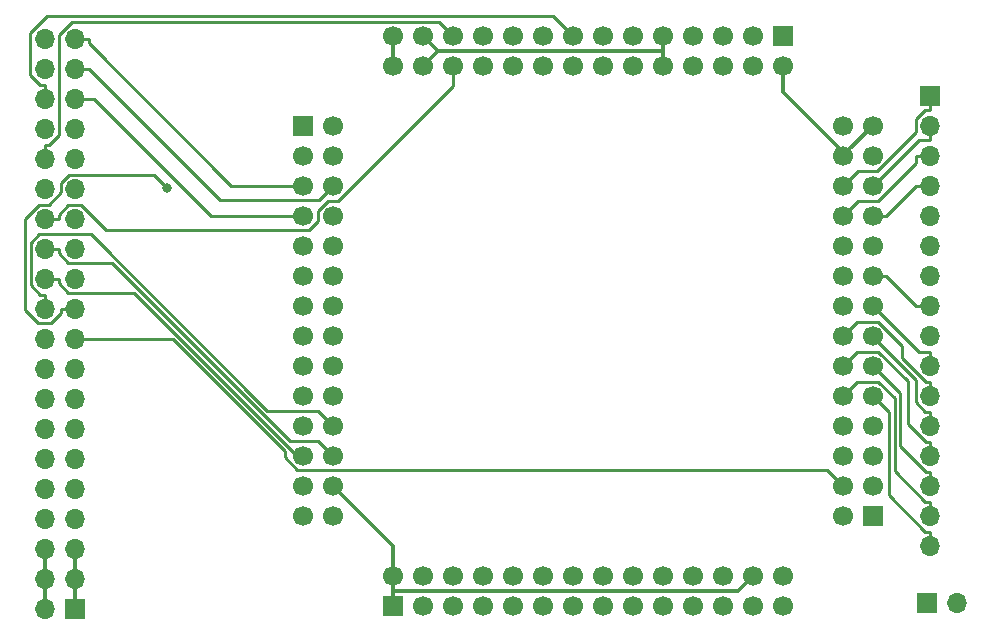
<source format=gbr>
%TF.GenerationSoftware,KiCad,Pcbnew,6.0.2+dfsg-1*%
%TF.CreationDate,2022-05-29T19:40:52-04:00*%
%TF.ProjectId,kim-ep2c5,6b696d2d-6570-4326-9335-2e6b69636164,rev?*%
%TF.SameCoordinates,Original*%
%TF.FileFunction,Copper,L2,Bot*%
%TF.FilePolarity,Positive*%
%FSLAX46Y46*%
G04 Gerber Fmt 4.6, Leading zero omitted, Abs format (unit mm)*
G04 Created by KiCad (PCBNEW 6.0.2+dfsg-1) date 2022-05-29 19:40:52*
%MOMM*%
%LPD*%
G01*
G04 APERTURE LIST*
%TA.AperFunction,ComponentPad*%
%ADD10R,1.700000X1.700000*%
%TD*%
%TA.AperFunction,ComponentPad*%
%ADD11C,1.700000*%
%TD*%
%TA.AperFunction,ComponentPad*%
%ADD12O,1.700000X1.700000*%
%TD*%
%TA.AperFunction,ViaPad*%
%ADD13C,0.800000*%
%TD*%
%TA.AperFunction,Conductor*%
%ADD14C,0.350000*%
%TD*%
%TA.AperFunction,Conductor*%
%ADD15C,0.250000*%
%TD*%
G04 APERTURE END LIST*
D10*
%TO.P,U101,101,GND*%
%TO.N,GND*%
X121412000Y-119634000D03*
D11*
%TO.P,U101,102,GND*%
X121412000Y-117094000D03*
%TO.P,U101,103,73*%
%TO.N,unconnected-(U101-Pad103)*%
X123952000Y-119634000D03*
%TO.P,U101,104,74*%
%TO.N,unconnected-(U101-Pad104)*%
X123952000Y-117094000D03*
%TO.P,U101,105,75*%
%TO.N,unconnected-(U101-Pad105)*%
X126492000Y-119634000D03*
%TO.P,U101,106,76*%
%TO.N,unconnected-(U101-Pad106)*%
X126492000Y-117094000D03*
%TO.P,U101,107,79*%
%TO.N,unconnected-(U101-Pad107)*%
X129032000Y-119634000D03*
%TO.P,U101,108,80*%
%TO.N,unconnected-(U101-Pad108)*%
X129032000Y-117094000D03*
%TO.P,U101,109,81*%
%TO.N,unconnected-(U101-Pad109)*%
X131572000Y-119634000D03*
%TO.P,U101,110,86*%
%TO.N,unconnected-(U101-Pad110)*%
X131572000Y-117094000D03*
%TO.P,U101,111,87*%
%TO.N,unconnected-(U101-Pad111)*%
X134112000Y-119634000D03*
%TO.P,U101,112,88*%
%TO.N,unconnected-(U101-Pad112)*%
X134112000Y-117094000D03*
%TO.P,U101,113,89*%
%TO.N,unconnected-(U101-Pad113)*%
X136652000Y-119634000D03*
%TO.P,U101,114,90*%
%TO.N,unconnected-(U101-Pad114)*%
X136652000Y-117094000D03*
%TO.P,U101,115,91*%
%TO.N,unconnected-(U101-Pad115)*%
X139192000Y-119634000D03*
%TO.P,U101,116,92*%
%TO.N,unconnected-(U101-Pad116)*%
X139192000Y-117094000D03*
%TO.P,U101,117,93*%
%TO.N,unconnected-(U101-Pad117)*%
X141732000Y-119634000D03*
%TO.P,U101,118,94*%
%TO.N,unconnected-(U101-Pad118)*%
X141732000Y-117094000D03*
%TO.P,U101,119,96*%
%TO.N,unconnected-(U101-Pad119)*%
X144272000Y-119634000D03*
%TO.P,U101,120,97*%
%TO.N,unconnected-(U101-Pad120)*%
X144272000Y-117094000D03*
%TO.P,U101,121,99*%
%TO.N,KB_ROW_3*%
X146812000Y-119634000D03*
%TO.P,U101,122,100*%
%TO.N,unconnected-(U101-Pad122)*%
X146812000Y-117094000D03*
%TO.P,U101,123,101*%
%TO.N,unconnected-(U101-Pad123)*%
X149352000Y-119634000D03*
%TO.P,U101,124,103*%
%TO.N,unconnected-(U101-Pad124)*%
X149352000Y-117094000D03*
%TO.P,U101,125,104*%
%TO.N,unconnected-(U101-Pad125)*%
X151892000Y-119634000D03*
%TO.P,U101,126,GND*%
%TO.N,GND*%
X151892000Y-117094000D03*
%TO.P,U101,127,GND*%
X154432000Y-119634000D03*
%TO.P,U101,128,VCC*%
%TO.N,3V3*%
X154432000Y-117094000D03*
D10*
%TO.P,U101,201,GND*%
%TO.N,GND*%
X162052000Y-112014000D03*
D11*
%TO.P,U101,202,GND*%
X159512000Y-112014000D03*
%TO.P,U101,203,112*%
%TO.N,unconnected-(U101-Pad203)*%
X162052000Y-109474000D03*
%TO.P,U101,204,113*%
%TO.N,ENABLE_TTY*%
X159512000Y-109474000D03*
%TO.P,U101,205,114*%
%TO.N,unconnected-(U101-Pad205)*%
X162052000Y-106934000D03*
%TO.P,U101,206,115*%
%TO.N,unconnected-(U101-Pad206)*%
X159512000Y-106934000D03*
%TO.P,U101,207,118*%
%TO.N,unconnected-(U101-Pad207)*%
X162052000Y-104394000D03*
%TO.P,U101,208,119*%
%TO.N,unconnected-(U101-Pad208)*%
X159512000Y-104394000D03*
%TO.P,U101,209,120*%
%TO.N,PA_0*%
X162052000Y-101854000D03*
%TO.P,U101,210,121*%
%TO.N,PA_1*%
X159512000Y-101854000D03*
%TO.P,U101,211,122*%
%TO.N,PA_2*%
X162052000Y-99314000D03*
%TO.P,U101,212,125*%
%TO.N,PA_3*%
X159512000Y-99314000D03*
%TO.P,U101,213,126*%
%TO.N,PA_4*%
X162052000Y-96774000D03*
%TO.P,U101,214,129*%
%TO.N,PA_5*%
X159512000Y-96774000D03*
%TO.P,U101,215,132*%
%TO.N,PA_6*%
X162052000Y-94234000D03*
%TO.P,U101,216,133*%
%TO.N,PA_7*%
X159512000Y-94234000D03*
%TO.P,U101,217,134*%
%TO.N,PB_0*%
X162052000Y-91694000D03*
%TO.P,U101,218,135*%
%TO.N,PB_1*%
X159512000Y-91694000D03*
%TO.P,U101,219,136*%
%TO.N,PB_2*%
X162052000Y-89154000D03*
%TO.P,U101,220,137*%
%TO.N,PB_3*%
X159512000Y-89154000D03*
%TO.P,U101,221,139*%
%TO.N,PB_4*%
X162052000Y-86614000D03*
%TO.P,U101,222,141*%
%TO.N,PB_5*%
X159512000Y-86614000D03*
%TO.P,U101,223,142*%
%TO.N,PB_6*%
X162052000Y-84074000D03*
%TO.P,U101,224,143*%
%TO.N,PB_7*%
X159512000Y-84074000D03*
%TO.P,U101,225,???*%
%TO.N,unconnected-(U101-Pad225)*%
X162052000Y-81534000D03*
%TO.P,U101,226,GND*%
%TO.N,GND*%
X159512000Y-81534000D03*
%TO.P,U101,227,GND*%
X162052000Y-78994000D03*
%TO.P,U101,228,VCC*%
%TO.N,3V3*%
X159512000Y-78994000D03*
D10*
%TO.P,U101,301,GND*%
%TO.N,GND*%
X154432000Y-71374000D03*
D11*
%TO.P,U101,302,GND*%
X154432000Y-73914000D03*
%TO.P,U101,303,3*%
%TO.N,unconnected-(U101-Pad303)*%
X151892000Y-71374000D03*
%TO.P,U101,304,4*%
%TO.N,unconnected-(U101-Pad304)*%
X151892000Y-73914000D03*
%TO.P,U101,305,7*%
%TO.N,unconnected-(U101-Pad305)*%
X149352000Y-71374000D03*
%TO.P,U101,306,8*%
%TO.N,unconnected-(U101-Pad306)*%
X149352000Y-73914000D03*
%TO.P,U101,307,9*%
%TO.N,unconnected-(U101-Pad307)*%
X146812000Y-71374000D03*
%TO.P,U101,308,GND*%
%TO.N,GND*%
X146812000Y-73914000D03*
%TO.P,U101,309,GND*%
X144272000Y-71374000D03*
%TO.P,U101,310,GND*%
X144272000Y-73914000D03*
%TO.P,U101,311,17*%
%TO.N,unconnected-(U101-Pad311)*%
X141732000Y-71374000D03*
%TO.P,U101,312,18*%
%TO.N,unconnected-(U101-Pad312)*%
X141732000Y-73914000D03*
%TO.P,U101,313,22*%
%TO.N,unconnected-(U101-Pad313)*%
X139192000Y-71374000D03*
%TO.P,U101,314,21*%
%TO.N,unconnected-(U101-Pad314)*%
X139192000Y-73914000D03*
%TO.P,U101,315,25*%
%TO.N,LED_SEG_2*%
X136652000Y-71374000D03*
%TO.P,U101,316,24*%
%TO.N,unconnected-(U101-Pad316)*%
X136652000Y-73914000D03*
%TO.P,U101,317,27*%
%TO.N,unconnected-(U101-Pad317)*%
X134112000Y-71374000D03*
%TO.P,U101,318,26*%
%TO.N,LED_SEG_0*%
X134112000Y-73914000D03*
%TO.P,U101,319,VCC1.2*%
%TO.N,unconnected-(U101-Pad319)*%
X131572000Y-71374000D03*
%TO.P,U101,320,VCC1.2*%
%TO.N,unconnected-(U101-Pad320)*%
X131572000Y-73914000D03*
%TO.P,U101,321,30*%
%TO.N,LED_SEG_3*%
X129032000Y-71374000D03*
%TO.P,U101,322,28*%
%TO.N,LED_SEG_5*%
X129032000Y-73914000D03*
%TO.P,U101,323,32*%
%TO.N,LED_SEG_4*%
X126492000Y-71374000D03*
%TO.P,U101,324,31*%
%TO.N,LED_SEG_6*%
X126492000Y-73914000D03*
%TO.P,U101,325,GND*%
%TO.N,GND*%
X123952000Y-71374000D03*
%TO.P,U101,326,GND*%
X123952000Y-73914000D03*
%TO.P,U101,327,VCC*%
%TO.N,3V3*%
X121412000Y-71374000D03*
%TO.P,U101,328,VCC*%
X121412000Y-73914000D03*
D10*
%TO.P,U101,401,40*%
%TO.N,KB_ROW_0*%
X113792000Y-78994000D03*
D11*
%TO.P,U101,402,41*%
%TO.N,LED_SEG_1*%
X116332000Y-78994000D03*
%TO.P,U101,403,42*%
%TO.N,KB_ROW_2*%
X113792000Y-81534000D03*
%TO.P,U101,404,43*%
%TO.N,KB_ROW_1*%
X116332000Y-81534000D03*
%TO.P,U101,405,44*%
%TO.N,KB_COL_0*%
X113792000Y-84074000D03*
%TO.P,U101,406,45*%
%TO.N,KB_COL_1*%
X116332000Y-84074000D03*
%TO.P,U101,407,47*%
%TO.N,KB_COL_2*%
X113792000Y-86614000D03*
%TO.P,U101,408,48*%
%TO.N,KB_COL_3*%
X116332000Y-86614000D03*
%TO.P,U101,409,51*%
%TO.N,KB_COL_4*%
X113792000Y-89154000D03*
%TO.P,U101,410,52*%
%TO.N,KB_COL_5*%
X116332000Y-89154000D03*
%TO.P,U101,411,53*%
%TO.N,KB_COL_6*%
X113792000Y-91694000D03*
%TO.P,U101,412,55*%
%TO.N,SST_KEY*%
X116332000Y-91694000D03*
%TO.P,U101,413,57*%
%TO.N,unconnected-(U101-Pad413)*%
X113792000Y-94234000D03*
%TO.P,U101,414,58*%
%TO.N,unconnected-(U101-Pad414)*%
X116332000Y-94234000D03*
%TO.P,U101,415,59*%
%TO.N,LED_DIG_5*%
X113792000Y-96774000D03*
%TO.P,U101,416,60*%
%TO.N,unconnected-(U101-Pad416)*%
X116332000Y-96774000D03*
%TO.P,U101,417,63*%
%TO.N,ST_KEY*%
X113792000Y-99314000D03*
%TO.P,U101,418,64*%
%TO.N,RS_KEY*%
X116332000Y-99314000D03*
%TO.P,U101,419,65*%
%TO.N,LED_DIG_4*%
X113792000Y-101854000D03*
%TO.P,U101,420,67*%
%TO.N,unconnected-(U101-Pad420)*%
X116332000Y-101854000D03*
%TO.P,U101,421,69*%
%TO.N,LED_DIG_6*%
X113792000Y-104394000D03*
%TO.P,U101,422,70*%
%TO.N,LED_DIG_7*%
X116332000Y-104394000D03*
%TO.P,U101,423,71*%
%TO.N,LED_DIG_8*%
X113792000Y-106934000D03*
%TO.P,U101,424,72*%
%TO.N,LED_DIG_9*%
X116332000Y-106934000D03*
%TO.P,U101,425,GND*%
%TO.N,GND*%
X113792000Y-109474000D03*
%TO.P,U101,426,GND*%
X116332000Y-109474000D03*
%TO.P,U101,427,VCC*%
%TO.N,3V3*%
X113792000Y-112014000D03*
%TO.P,U101,428,VCC*%
X116332000Y-112014000D03*
%TD*%
D10*
%TO.P,J101,1,Pin_1*%
%TO.N,3V3*%
X94488000Y-119888000D03*
D12*
%TO.P,J101,2,Pin_2*%
%TO.N,GND*%
X91948000Y-119888000D03*
%TO.P,J101,3,Pin_3*%
%TO.N,3V3*%
X94488000Y-117348000D03*
%TO.P,J101,4,Pin_4*%
%TO.N,GND*%
X91948000Y-117348000D03*
%TO.P,J101,5,Pin_5*%
%TO.N,3V3*%
X94488000Y-114808000D03*
%TO.P,J101,6,Pin_6*%
%TO.N,GND*%
X91948000Y-114808000D03*
%TO.P,J101,7,Pin_7*%
%TO.N,SPARE1*%
X94488000Y-112268000D03*
%TO.P,J101,8,Pin_8*%
%TO.N,SPARE5*%
X91948000Y-112268000D03*
%TO.P,J101,9,Pin_9*%
%TO.N,SPARE2*%
X94488000Y-109728000D03*
%TO.P,J101,10,Pin_10*%
%TO.N,SPARE6*%
X91948000Y-109728000D03*
%TO.P,J101,11,Pin_11*%
%TO.N,SPARE3*%
X94488000Y-107188000D03*
%TO.P,J101,12,Pin_12*%
%TO.N,SPARE7*%
X91948000Y-107188000D03*
%TO.P,J101,13,Pin_13*%
%TO.N,SST_KEY*%
X94488000Y-104648000D03*
%TO.P,J101,14,Pin_14*%
%TO.N,EXP_RAM*%
X91948000Y-104648000D03*
%TO.P,J101,15,Pin_15*%
%TO.N,ST_KEY*%
X94488000Y-102108000D03*
%TO.P,J101,16,Pin_16*%
%TO.N,LED_DIG_4*%
X91948000Y-102108000D03*
%TO.P,J101,17,Pin_17*%
%TO.N,RS_KEY*%
X94488000Y-99568000D03*
%TO.P,J101,18,Pin_18*%
%TO.N,LED_DIG_5*%
X91948000Y-99568000D03*
%TO.P,J101,19,Pin_19*%
%TO.N,ENABLE_TTY*%
X94488000Y-97028000D03*
%TO.P,J101,20,Pin_20*%
%TO.N,LED_DIG_6*%
X91948000Y-97028000D03*
%TO.P,J101,21,Pin_21*%
%TO.N,KB_ROW_2*%
X94488000Y-94488000D03*
%TO.P,J101,22,Pin_22*%
%TO.N,LED_DIG_7*%
X91948000Y-94488000D03*
%TO.P,J101,23,Pin_23*%
%TO.N,KB_ROW_1*%
X94488000Y-91948000D03*
%TO.P,J101,24,Pin_24*%
%TO.N,LED_DIG_8*%
X91948000Y-91948000D03*
%TO.P,J101,25,Pin_25*%
%TO.N,KB_ROW_0*%
X94488000Y-89408000D03*
%TO.P,J101,26,Pin_26*%
%TO.N,LED_DIG_9*%
X91948000Y-89408000D03*
%TO.P,J101,27,Pin_27*%
%TO.N,KB_COL_6*%
X94488000Y-86868000D03*
%TO.P,J101,28,Pin_28*%
%TO.N,LED_SEG_6*%
X91948000Y-86868000D03*
%TO.P,J101,29,Pin_29*%
%TO.N,KB_COL_5*%
X94488000Y-84328000D03*
%TO.P,J101,30,Pin_30*%
%TO.N,LED_SEG_5*%
X91948000Y-84328000D03*
%TO.P,J101,31,Pin_31*%
%TO.N,KB_COL_4*%
X94488000Y-81788000D03*
%TO.P,J101,32,Pin_32*%
%TO.N,LED_SEG_4*%
X91948000Y-81788000D03*
%TO.P,J101,33,Pin_33*%
%TO.N,KB_COL_3*%
X94488000Y-79248000D03*
%TO.P,J101,34,Pin_34*%
%TO.N,LED_SEG_3*%
X91948000Y-79248000D03*
%TO.P,J101,35,Pin_35*%
%TO.N,KB_COL_2*%
X94488000Y-76708000D03*
%TO.P,J101,36,Pin_36*%
%TO.N,LED_SEG_2*%
X91948000Y-76708000D03*
%TO.P,J101,37,Pin_37*%
%TO.N,KB_COL_1*%
X94488000Y-74168000D03*
%TO.P,J101,38,Pin_38*%
%TO.N,LED_SEG_1*%
X91948000Y-74168000D03*
%TO.P,J101,39,Pin_39*%
%TO.N,KB_COL_0*%
X94488000Y-71628000D03*
%TO.P,J101,40,Pin_40*%
%TO.N,LED_SEG_0*%
X91948000Y-71628000D03*
%TD*%
D10*
%TO.P,J102,1,Pin_1*%
%TO.N,PB_7*%
X166878000Y-76454000D03*
D12*
%TO.P,J102,2,Pin_2*%
%TO.N,PB_6*%
X166878000Y-78994000D03*
%TO.P,J102,3,Pin_3*%
%TO.N,PB_5*%
X166878000Y-81534000D03*
%TO.P,J102,4,Pin_4*%
%TO.N,PB_4*%
X166878000Y-84074000D03*
%TO.P,J102,5,Pin_5*%
%TO.N,PB_3*%
X166878000Y-86614000D03*
%TO.P,J102,6,Pin_6*%
%TO.N,PB_2*%
X166878000Y-89154000D03*
%TO.P,J102,7,Pin_7*%
%TO.N,PB_1*%
X166878000Y-91694000D03*
%TO.P,J102,8,Pin_8*%
%TO.N,PB_0*%
X166878000Y-94234000D03*
%TO.P,J102,9,Pin_9*%
%TO.N,PA_7*%
X166878000Y-96774000D03*
%TO.P,J102,10,Pin_10*%
%TO.N,PA_6*%
X166878000Y-99314000D03*
%TO.P,J102,11,Pin_11*%
%TO.N,PA_5*%
X166878000Y-101854000D03*
%TO.P,J102,12,Pin_12*%
%TO.N,PA_4*%
X166878000Y-104394000D03*
%TO.P,J102,13,Pin_13*%
%TO.N,PA_3*%
X166878000Y-106934000D03*
%TO.P,J102,14,Pin_14*%
%TO.N,PA_2*%
X166878000Y-109474000D03*
%TO.P,J102,15,Pin_15*%
%TO.N,PA_1*%
X166878000Y-112014000D03*
%TO.P,J102,16,Pin_16*%
%TO.N,PA_0*%
X166878000Y-114554000D03*
%TD*%
D10*
%TO.P,J103,1,Pin_1*%
%TO.N,TTYO*%
X166619000Y-119380000D03*
D12*
%TO.P,J103,2,Pin_2*%
%TO.N,TTYIN*%
X169159000Y-119380000D03*
%TD*%
D13*
%TO.N,KB_ROW_2*%
X102311500Y-84233300D03*
%TD*%
D14*
%TO.N,GND*%
X91948000Y-114808000D02*
X91948000Y-117348000D01*
X91948000Y-117348000D02*
X91948000Y-119888000D01*
X121412000Y-114554000D02*
X121412000Y-117094000D01*
X116332000Y-109474000D02*
X121412000Y-114554000D01*
X121412000Y-117094000D02*
X121412000Y-118364000D01*
X121412000Y-118364000D02*
X121412000Y-119634000D01*
X150622000Y-118364000D02*
X151892000Y-117094000D01*
X121412000Y-118364000D02*
X150622000Y-118364000D01*
X159512000Y-81234900D02*
X159512000Y-81534000D01*
X154432000Y-76154900D02*
X159512000Y-81234900D01*
X154432000Y-73914000D02*
X154432000Y-76154900D01*
X159811100Y-81234900D02*
X162052000Y-78994000D01*
X159512000Y-81234900D02*
X159811100Y-81234900D01*
X144272000Y-73914000D02*
X144272000Y-72644000D01*
X144272000Y-72644000D02*
X144272000Y-71374000D01*
X144272000Y-72644000D02*
X125222000Y-72644000D01*
X125222000Y-72644000D02*
X123952000Y-73914000D01*
X125222000Y-72644000D02*
X123952000Y-71374000D01*
%TO.N,3V3*%
X94488000Y-114808000D02*
X94488000Y-117348000D01*
X94488000Y-117348000D02*
X94488000Y-119888000D01*
X121412000Y-73914000D02*
X121412000Y-71374000D01*
D15*
%TO.N,LED_DIG_9*%
X115062000Y-105664000D02*
X116332000Y-106934000D01*
X112699900Y-105664000D02*
X115062000Y-105664000D01*
X97619200Y-90583300D02*
X112699900Y-105664000D01*
X93931200Y-90583300D02*
X97619200Y-90583300D01*
X93123300Y-89775400D02*
X93931200Y-90583300D01*
X93123300Y-89408000D02*
X93123300Y-89775400D01*
X91948000Y-89408000D02*
X93123300Y-89408000D01*
%TO.N,LED_DIG_8*%
X91948000Y-91948000D02*
X93123300Y-91948000D01*
X113333000Y-106934000D02*
X113792000Y-106934000D01*
X99522300Y-93123300D02*
X113333000Y-106934000D01*
X93931200Y-93123300D02*
X99522300Y-93123300D01*
X93123300Y-92315400D02*
X93931200Y-93123300D01*
X93123300Y-91948000D02*
X93123300Y-92315400D01*
%TO.N,LED_DIG_7*%
X91948000Y-94488000D02*
X91948000Y-93312700D01*
X115062000Y-103124000D02*
X116332000Y-104394000D01*
X110796800Y-103124000D02*
X115062000Y-103124000D01*
X95862200Y-88189400D02*
X110796800Y-103124000D01*
X91469100Y-88189400D02*
X95862200Y-88189400D01*
X90768600Y-88889900D02*
X91469100Y-88189400D01*
X90768600Y-92500600D02*
X90768600Y-88889900D01*
X91580700Y-93312700D02*
X90768600Y-92500600D01*
X91948000Y-93312700D02*
X91580700Y-93312700D01*
%TO.N,KB_COL_2*%
X94488000Y-76708000D02*
X95663300Y-76708000D01*
X96155800Y-76708000D02*
X95663300Y-76708000D01*
X106061800Y-86614000D02*
X96155800Y-76708000D01*
X113792000Y-86614000D02*
X106061800Y-86614000D01*
%TO.N,KB_COL_1*%
X115154800Y-85251200D02*
X116332000Y-84074000D01*
X106746500Y-85251200D02*
X115154800Y-85251200D01*
X95663300Y-74168000D02*
X106746500Y-85251200D01*
X94488000Y-74168000D02*
X95663300Y-74168000D01*
%TO.N,KB_COL_0*%
X107742000Y-84074000D02*
X113792000Y-84074000D01*
X95663300Y-71995300D02*
X107742000Y-84074000D01*
X95663300Y-71628000D02*
X95663300Y-71995300D01*
X94488000Y-71628000D02*
X95663300Y-71628000D01*
%TO.N,KB_ROW_2*%
X94488000Y-94488000D02*
X93312700Y-94488000D01*
X101229200Y-83151000D02*
X102311500Y-84233300D01*
X93964000Y-83151000D02*
X101229200Y-83151000D01*
X93312600Y-83802400D02*
X93964000Y-83151000D01*
X93312600Y-84627600D02*
X93312600Y-83802400D01*
X92262600Y-85677600D02*
X93312600Y-84627600D01*
X91452900Y-85677600D02*
X92262600Y-85677600D01*
X90277600Y-86852900D02*
X91452900Y-85677600D01*
X90277600Y-94546300D02*
X90277600Y-86852900D01*
X91399700Y-95668400D02*
X90277600Y-94546300D01*
X92499600Y-95668400D02*
X91399700Y-95668400D01*
X93312700Y-94855300D02*
X92499600Y-95668400D01*
X93312700Y-94488000D02*
X93312700Y-94855300D01*
%TO.N,LED_SEG_6*%
X126492000Y-75604500D02*
X126492000Y-73914000D01*
X116752500Y-85344000D02*
X126492000Y-75604500D01*
X115935600Y-85344000D02*
X116752500Y-85344000D01*
X115062000Y-86217600D02*
X115935600Y-85344000D01*
X115062000Y-87045000D02*
X115062000Y-86217600D01*
X114317600Y-87789400D02*
X115062000Y-87045000D01*
X97121800Y-87789400D02*
X114317600Y-87789400D01*
X95020300Y-85687900D02*
X97121800Y-87789400D01*
X93936100Y-85687900D02*
X95020300Y-85687900D01*
X93123300Y-86500700D02*
X93936100Y-85687900D01*
X93123300Y-86868000D02*
X93123300Y-86500700D01*
X91948000Y-86868000D02*
X93123300Y-86868000D01*
%TO.N,LED_SEG_4*%
X125294900Y-70176900D02*
X126492000Y-71374000D01*
X94272100Y-70176900D02*
X125294900Y-70176900D01*
X93123300Y-71325700D02*
X94272100Y-70176900D01*
X93123300Y-79804800D02*
X93123300Y-71325700D01*
X92315400Y-80612700D02*
X93123300Y-79804800D01*
X91948000Y-80612700D02*
X92315400Y-80612700D01*
X91948000Y-81788000D02*
X91948000Y-80612700D01*
%TO.N,LED_SEG_2*%
X135003800Y-69725800D02*
X136652000Y-71374000D01*
X92096100Y-69725800D02*
X135003800Y-69725800D01*
X90721200Y-71100700D02*
X92096100Y-69725800D01*
X90721200Y-74673200D02*
X90721200Y-71100700D01*
X91580700Y-75532700D02*
X90721200Y-74673200D01*
X91948000Y-75532700D02*
X91580700Y-75532700D01*
X91948000Y-76708000D02*
X91948000Y-75532700D01*
%TO.N,PB_7*%
X160782000Y-82804000D02*
X159512000Y-84074000D01*
X162448400Y-82804000D02*
X160782000Y-82804000D01*
X165702700Y-79549700D02*
X162448400Y-82804000D01*
X165702700Y-78437200D02*
X165702700Y-79549700D01*
X166510600Y-77629300D02*
X165702700Y-78437200D01*
X166878000Y-77629300D02*
X166510600Y-77629300D01*
X166878000Y-76454000D02*
X166878000Y-77629300D01*
%TO.N,PB_6*%
X165956700Y-80169300D02*
X162052000Y-84074000D01*
X166878000Y-80169300D02*
X165956700Y-80169300D01*
X166878000Y-78994000D02*
X166878000Y-80169300D01*
%TO.N,PB_5*%
X160782000Y-85344000D02*
X159512000Y-86614000D01*
X162480300Y-85344000D02*
X160782000Y-85344000D01*
X165702700Y-82121600D02*
X162480300Y-85344000D01*
X165702700Y-81534000D02*
X165702700Y-82121600D01*
X166878000Y-81534000D02*
X165702700Y-81534000D01*
%TO.N,PB_4*%
X163162700Y-86614000D02*
X162052000Y-86614000D01*
X165702700Y-84074000D02*
X163162700Y-86614000D01*
X166878000Y-84074000D02*
X165702700Y-84074000D01*
%TO.N,PB_0*%
X163162700Y-91694000D02*
X162052000Y-91694000D01*
X165702700Y-94234000D02*
X163162700Y-91694000D01*
X166878000Y-94234000D02*
X165702700Y-94234000D01*
%TO.N,PA_6*%
X165956700Y-98138700D02*
X162052000Y-94234000D01*
X166878000Y-98138700D02*
X165956700Y-98138700D01*
X166878000Y-99314000D02*
X166878000Y-98138700D01*
%TO.N,PA_5*%
X160702600Y-95583400D02*
X159512000Y-96774000D01*
X162527800Y-95583400D02*
X160702600Y-95583400D01*
X164552000Y-97607600D02*
X162527800Y-95583400D01*
X164552000Y-98657800D02*
X164552000Y-97607600D01*
X166572900Y-100678700D02*
X164552000Y-98657800D01*
X166878000Y-100678700D02*
X166572900Y-100678700D01*
X166878000Y-101854000D02*
X166878000Y-100678700D01*
%TO.N,PA_4*%
X162052000Y-96896400D02*
X162052000Y-96774000D01*
X165702700Y-100547100D02*
X162052000Y-96896400D01*
X165702700Y-102410800D02*
X165702700Y-100547100D01*
X166510600Y-103218700D02*
X165702700Y-102410800D01*
X166878000Y-103218700D02*
X166510600Y-103218700D01*
X166878000Y-104394000D02*
X166878000Y-103218700D01*
%TO.N,PA_3*%
X160702600Y-98123400D02*
X159512000Y-99314000D01*
X162532600Y-98123400D02*
X160702600Y-98123400D01*
X165027200Y-100618000D02*
X162532600Y-98123400D01*
X165027200Y-104212300D02*
X165027200Y-100618000D01*
X166573600Y-105758700D02*
X165027200Y-104212300D01*
X166878000Y-105758700D02*
X166573600Y-105758700D01*
X166878000Y-106934000D02*
X166878000Y-105758700D01*
%TO.N,PA_2*%
X166878000Y-109474000D02*
X166878000Y-108298700D01*
X164351900Y-101613900D02*
X162052000Y-99314000D01*
X164351900Y-106096500D02*
X164351900Y-101613900D01*
X166554100Y-108298700D02*
X164351900Y-106096500D01*
X166878000Y-108298700D02*
X166554100Y-108298700D01*
%TO.N,PA_1*%
X160702600Y-100663400D02*
X159512000Y-101854000D01*
X162527800Y-100663400D02*
X160702600Y-100663400D01*
X163901500Y-102037100D02*
X162527800Y-100663400D01*
X163901500Y-108229500D02*
X163901500Y-102037100D01*
X166510700Y-110838700D02*
X163901500Y-108229500D01*
X166878000Y-110838700D02*
X166510700Y-110838700D01*
X166878000Y-112014000D02*
X166878000Y-110838700D01*
%TO.N,PA_0*%
X163416600Y-103218600D02*
X162052000Y-101854000D01*
X163416600Y-110284600D02*
X163416600Y-103218600D01*
X166510700Y-113378700D02*
X163416600Y-110284600D01*
X166878000Y-113378700D02*
X166510700Y-113378700D01*
X166878000Y-114554000D02*
X166878000Y-113378700D01*
%TO.N,ENABLE_TTY*%
X158147400Y-108109400D02*
X159512000Y-109474000D01*
X158147400Y-108109300D02*
X158147400Y-108109400D01*
X113294500Y-108109300D02*
X158147400Y-108109300D01*
X112244600Y-107059400D02*
X113294500Y-108109300D01*
X112244600Y-106500400D02*
X112244600Y-107059400D01*
X102772200Y-97028000D02*
X112244600Y-106500400D01*
X94488000Y-97028000D02*
X102772200Y-97028000D01*
%TD*%
M02*

</source>
